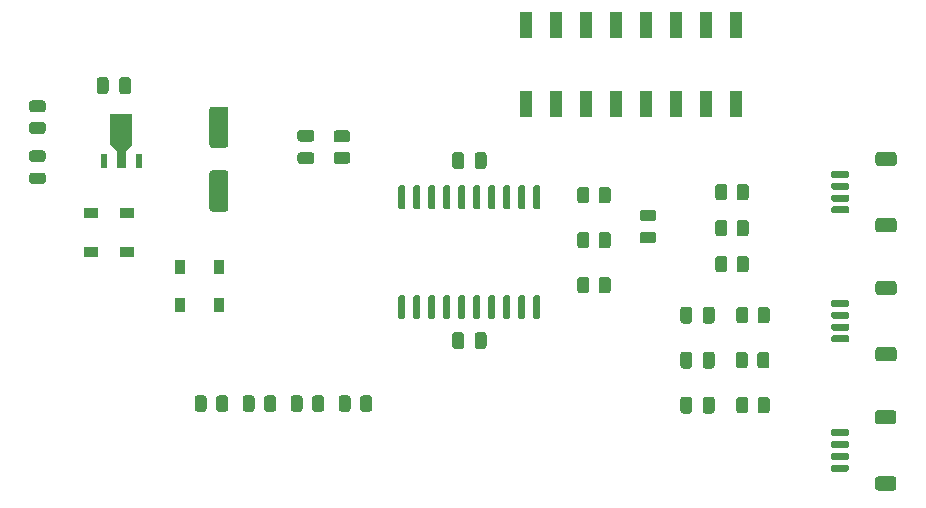
<source format=gtp>
G04 #@! TF.GenerationSoftware,KiCad,Pcbnew,6.0.2+dfsg-1*
G04 #@! TF.CreationDate,2024-04-05T20:37:34-06:00*
G04 #@! TF.ProjectId,ckt-iiab,636b742d-6969-4616-922e-6b696361645f,rev?*
G04 #@! TF.SameCoordinates,Original*
G04 #@! TF.FileFunction,Paste,Top*
G04 #@! TF.FilePolarity,Positive*
%FSLAX46Y46*%
G04 Gerber Fmt 4.6, Leading zero omitted, Abs format (unit mm)*
G04 Created by KiCad (PCBNEW 6.0.2+dfsg-1) date 2024-04-05 20:37:34*
%MOMM*%
%LPD*%
G01*
G04 APERTURE LIST*
%ADD10R,1.200000X0.900000*%
%ADD11R,0.900000X1.200000*%
%ADD12R,1.120000X2.160000*%
%ADD13R,0.550000X1.300000*%
G04 APERTURE END LIST*
G36*
G01*
X64229000Y-142400000D02*
X63279000Y-142400000D01*
G75*
G02*
X63029000Y-142150000I0J250000D01*
G01*
X63029000Y-141650000D01*
G75*
G02*
X63279000Y-141400000I250000J0D01*
G01*
X64229000Y-141400000D01*
G75*
G02*
X64479000Y-141650000I0J-250000D01*
G01*
X64479000Y-142150000D01*
G75*
G02*
X64229000Y-142400000I-250000J0D01*
G01*
G37*
G36*
G01*
X64229000Y-140500000D02*
X63279000Y-140500000D01*
G75*
G02*
X63029000Y-140250000I0J250000D01*
G01*
X63029000Y-139750000D01*
G75*
G02*
X63279000Y-139500000I250000J0D01*
G01*
X64229000Y-139500000D01*
G75*
G02*
X64479000Y-139750000I0J-250000D01*
G01*
X64479000Y-140250000D01*
G75*
G02*
X64229000Y-140500000I-250000J0D01*
G01*
G37*
G36*
G01*
X86713000Y-145484000D02*
X86713000Y-144584000D01*
G75*
G02*
X86963000Y-144334000I250000J0D01*
G01*
X87488000Y-144334000D01*
G75*
G02*
X87738000Y-144584000I0J-250000D01*
G01*
X87738000Y-145484000D01*
G75*
G02*
X87488000Y-145734000I-250000J0D01*
G01*
X86963000Y-145734000D01*
G75*
G02*
X86713000Y-145484000I0J250000D01*
G01*
G37*
G36*
G01*
X88538000Y-145484000D02*
X88538000Y-144584000D01*
G75*
G02*
X88788000Y-144334000I250000J0D01*
G01*
X89313000Y-144334000D01*
G75*
G02*
X89563000Y-144584000I0J-250000D01*
G01*
X89563000Y-145484000D01*
G75*
G02*
X89313000Y-145734000I-250000J0D01*
G01*
X88788000Y-145734000D01*
G75*
G02*
X88538000Y-145484000I0J250000D01*
G01*
G37*
G36*
G01*
X109623000Y-146580000D02*
X108373000Y-146580000D01*
G75*
G02*
X108223000Y-146430000I0J150000D01*
G01*
X108223000Y-146130000D01*
G75*
G02*
X108373000Y-145980000I150000J0D01*
G01*
X109623000Y-145980000D01*
G75*
G02*
X109773000Y-146130000I0J-150000D01*
G01*
X109773000Y-146430000D01*
G75*
G02*
X109623000Y-146580000I-150000J0D01*
G01*
G37*
G36*
G01*
X109623000Y-145580000D02*
X108373000Y-145580000D01*
G75*
G02*
X108223000Y-145430000I0J150000D01*
G01*
X108223000Y-145130000D01*
G75*
G02*
X108373000Y-144980000I150000J0D01*
G01*
X109623000Y-144980000D01*
G75*
G02*
X109773000Y-145130000I0J-150000D01*
G01*
X109773000Y-145430000D01*
G75*
G02*
X109623000Y-145580000I-150000J0D01*
G01*
G37*
G36*
G01*
X109623000Y-144580000D02*
X108373000Y-144580000D01*
G75*
G02*
X108223000Y-144430000I0J150000D01*
G01*
X108223000Y-144130000D01*
G75*
G02*
X108373000Y-143980000I150000J0D01*
G01*
X109623000Y-143980000D01*
G75*
G02*
X109773000Y-144130000I0J-150000D01*
G01*
X109773000Y-144430000D01*
G75*
G02*
X109623000Y-144580000I-150000J0D01*
G01*
G37*
G36*
G01*
X109623000Y-143580000D02*
X108373000Y-143580000D01*
G75*
G02*
X108223000Y-143430000I0J150000D01*
G01*
X108223000Y-143130000D01*
G75*
G02*
X108373000Y-142980000I150000J0D01*
G01*
X109623000Y-142980000D01*
G75*
G02*
X109773000Y-143130000I0J-150000D01*
G01*
X109773000Y-143430000D01*
G75*
G02*
X109623000Y-143580000I-150000J0D01*
G01*
G37*
G36*
G01*
X113523000Y-142580000D02*
X112223000Y-142580000D01*
G75*
G02*
X111973000Y-142330000I0J250000D01*
G01*
X111973000Y-141630000D01*
G75*
G02*
X112223000Y-141380000I250000J0D01*
G01*
X113523000Y-141380000D01*
G75*
G02*
X113773000Y-141630000I0J-250000D01*
G01*
X113773000Y-142330000D01*
G75*
G02*
X113523000Y-142580000I-250000J0D01*
G01*
G37*
G36*
G01*
X113523000Y-148180000D02*
X112223000Y-148180000D01*
G75*
G02*
X111973000Y-147930000I0J250000D01*
G01*
X111973000Y-147230000D01*
G75*
G02*
X112223000Y-146980000I250000J0D01*
G01*
X113523000Y-146980000D01*
G75*
G02*
X113773000Y-147230000I0J-250000D01*
G01*
X113773000Y-147930000D01*
G75*
G02*
X113523000Y-148180000I-250000J0D01*
G01*
G37*
G36*
G01*
X66520000Y-163137000D02*
X66520000Y-162237000D01*
G75*
G02*
X66770000Y-161987000I250000J0D01*
G01*
X67295000Y-161987000D01*
G75*
G02*
X67545000Y-162237000I0J-250000D01*
G01*
X67545000Y-163137000D01*
G75*
G02*
X67295000Y-163387000I-250000J0D01*
G01*
X66770000Y-163387000D01*
G75*
G02*
X66520000Y-163137000I0J250000D01*
G01*
G37*
G36*
G01*
X68345000Y-163137000D02*
X68345000Y-162237000D01*
G75*
G02*
X68595000Y-161987000I250000J0D01*
G01*
X69120000Y-161987000D01*
G75*
G02*
X69370000Y-162237000I0J-250000D01*
G01*
X69370000Y-163137000D01*
G75*
G02*
X69120000Y-163387000I-250000J0D01*
G01*
X68595000Y-163387000D01*
G75*
G02*
X68345000Y-163137000I0J250000D01*
G01*
G37*
G36*
G01*
X98351000Y-154719000D02*
X98351000Y-155669000D01*
G75*
G02*
X98101000Y-155919000I-250000J0D01*
G01*
X97601000Y-155919000D01*
G75*
G02*
X97351000Y-155669000I0J250000D01*
G01*
X97351000Y-154719000D01*
G75*
G02*
X97601000Y-154469000I250000J0D01*
G01*
X98101000Y-154469000D01*
G75*
G02*
X98351000Y-154719000I0J-250000D01*
G01*
G37*
G36*
G01*
X96451000Y-154719000D02*
X96451000Y-155669000D01*
G75*
G02*
X96201000Y-155919000I-250000J0D01*
G01*
X95701000Y-155919000D01*
G75*
G02*
X95451000Y-155669000I0J250000D01*
G01*
X95451000Y-154719000D01*
G75*
G02*
X95701000Y-154469000I250000J0D01*
G01*
X96201000Y-154469000D01*
G75*
G02*
X96451000Y-154719000I0J-250000D01*
G01*
G37*
G36*
G01*
X67252000Y-142395000D02*
X66352000Y-142395000D01*
G75*
G02*
X66102000Y-142145000I0J250000D01*
G01*
X66102000Y-141620000D01*
G75*
G02*
X66352000Y-141370000I250000J0D01*
G01*
X67252000Y-141370000D01*
G75*
G02*
X67502000Y-141620000I0J-250000D01*
G01*
X67502000Y-142145000D01*
G75*
G02*
X67252000Y-142395000I-250000J0D01*
G01*
G37*
G36*
G01*
X67252000Y-140570000D02*
X66352000Y-140570000D01*
G75*
G02*
X66102000Y-140320000I0J250000D01*
G01*
X66102000Y-139795000D01*
G75*
G02*
X66352000Y-139545000I250000J0D01*
G01*
X67252000Y-139545000D01*
G75*
G02*
X67502000Y-139795000I0J-250000D01*
G01*
X67502000Y-140320000D01*
G75*
G02*
X67252000Y-140570000I-250000J0D01*
G01*
G37*
G36*
G01*
X100151500Y-159454000D02*
X100151500Y-158554000D01*
G75*
G02*
X100401500Y-158304000I250000J0D01*
G01*
X100926500Y-158304000D01*
G75*
G02*
X101176500Y-158554000I0J-250000D01*
G01*
X101176500Y-159454000D01*
G75*
G02*
X100926500Y-159704000I-250000J0D01*
G01*
X100401500Y-159704000D01*
G75*
G02*
X100151500Y-159454000I0J250000D01*
G01*
G37*
G36*
G01*
X101976500Y-159454000D02*
X101976500Y-158554000D01*
G75*
G02*
X102226500Y-158304000I250000J0D01*
G01*
X102751500Y-158304000D01*
G75*
G02*
X103001500Y-158554000I0J-250000D01*
G01*
X103001500Y-159454000D01*
G75*
G02*
X102751500Y-159704000I-250000J0D01*
G01*
X102226500Y-159704000D01*
G75*
G02*
X101976500Y-159454000I0J250000D01*
G01*
G37*
G36*
G01*
X58392000Y-163137000D02*
X58392000Y-162237000D01*
G75*
G02*
X58642000Y-161987000I250000J0D01*
G01*
X59167000Y-161987000D01*
G75*
G02*
X59417000Y-162237000I0J-250000D01*
G01*
X59417000Y-163137000D01*
G75*
G02*
X59167000Y-163387000I-250000J0D01*
G01*
X58642000Y-163387000D01*
G75*
G02*
X58392000Y-163137000I0J250000D01*
G01*
G37*
G36*
G01*
X60217000Y-163137000D02*
X60217000Y-162237000D01*
G75*
G02*
X60467000Y-161987000I250000J0D01*
G01*
X60992000Y-161987000D01*
G75*
G02*
X61242000Y-162237000I0J-250000D01*
G01*
X61242000Y-163137000D01*
G75*
G02*
X60992000Y-163387000I-250000J0D01*
G01*
X60467000Y-163387000D01*
G75*
G02*
X60217000Y-163137000I0J250000D01*
G01*
G37*
D10*
X48641000Y-146559000D03*
X48641000Y-149859000D03*
G36*
G01*
X79047000Y-141638000D02*
X79047000Y-142588000D01*
G75*
G02*
X78797000Y-142838000I-250000J0D01*
G01*
X78297000Y-142838000D01*
G75*
G02*
X78047000Y-142588000I0J250000D01*
G01*
X78047000Y-141638000D01*
G75*
G02*
X78297000Y-141388000I250000J0D01*
G01*
X78797000Y-141388000D01*
G75*
G02*
X79047000Y-141638000I0J-250000D01*
G01*
G37*
G36*
G01*
X77147000Y-141638000D02*
X77147000Y-142588000D01*
G75*
G02*
X76897000Y-142838000I-250000J0D01*
G01*
X76397000Y-142838000D01*
G75*
G02*
X76147000Y-142588000I0J250000D01*
G01*
X76147000Y-141638000D01*
G75*
G02*
X76397000Y-141388000I250000J0D01*
G01*
X76897000Y-141388000D01*
G75*
G02*
X77147000Y-141638000I0J-250000D01*
G01*
G37*
G36*
G01*
X55838000Y-137536000D02*
X56938000Y-137536000D01*
G75*
G02*
X57188000Y-137786000I0J-250000D01*
G01*
X57188000Y-140786000D01*
G75*
G02*
X56938000Y-141036000I-250000J0D01*
G01*
X55838000Y-141036000D01*
G75*
G02*
X55588000Y-140786000I0J250000D01*
G01*
X55588000Y-137786000D01*
G75*
G02*
X55838000Y-137536000I250000J0D01*
G01*
G37*
G36*
G01*
X55838000Y-142936000D02*
X56938000Y-142936000D01*
G75*
G02*
X57188000Y-143186000I0J-250000D01*
G01*
X57188000Y-146186000D01*
G75*
G02*
X56938000Y-146436000I-250000J0D01*
G01*
X55838000Y-146436000D01*
G75*
G02*
X55588000Y-146186000I0J250000D01*
G01*
X55588000Y-143186000D01*
G75*
G02*
X55838000Y-142936000I250000J0D01*
G01*
G37*
G36*
G01*
X109590996Y-168448003D02*
X108340996Y-168448003D01*
G75*
G02*
X108190996Y-168298003I0J150000D01*
G01*
X108190996Y-167998003D01*
G75*
G02*
X108340996Y-167848003I150000J0D01*
G01*
X109590996Y-167848003D01*
G75*
G02*
X109740996Y-167998003I0J-150000D01*
G01*
X109740996Y-168298003D01*
G75*
G02*
X109590996Y-168448003I-150000J0D01*
G01*
G37*
G36*
G01*
X109590996Y-167448003D02*
X108340996Y-167448003D01*
G75*
G02*
X108190996Y-167298003I0J150000D01*
G01*
X108190996Y-166998003D01*
G75*
G02*
X108340996Y-166848003I150000J0D01*
G01*
X109590996Y-166848003D01*
G75*
G02*
X109740996Y-166998003I0J-150000D01*
G01*
X109740996Y-167298003D01*
G75*
G02*
X109590996Y-167448003I-150000J0D01*
G01*
G37*
G36*
G01*
X109590996Y-166448003D02*
X108340996Y-166448003D01*
G75*
G02*
X108190996Y-166298003I0J150000D01*
G01*
X108190996Y-165998003D01*
G75*
G02*
X108340996Y-165848003I150000J0D01*
G01*
X109590996Y-165848003D01*
G75*
G02*
X109740996Y-165998003I0J-150000D01*
G01*
X109740996Y-166298003D01*
G75*
G02*
X109590996Y-166448003I-150000J0D01*
G01*
G37*
G36*
G01*
X109590996Y-165448003D02*
X108340996Y-165448003D01*
G75*
G02*
X108190996Y-165298003I0J150000D01*
G01*
X108190996Y-164998003D01*
G75*
G02*
X108340996Y-164848003I150000J0D01*
G01*
X109590996Y-164848003D01*
G75*
G02*
X109740996Y-164998003I0J-150000D01*
G01*
X109740996Y-165298003D01*
G75*
G02*
X109590996Y-165448003I-150000J0D01*
G01*
G37*
G36*
G01*
X113490996Y-170048003D02*
X112190996Y-170048003D01*
G75*
G02*
X111940996Y-169798003I0J250000D01*
G01*
X111940996Y-169098003D01*
G75*
G02*
X112190996Y-168848003I250000J0D01*
G01*
X113490996Y-168848003D01*
G75*
G02*
X113740996Y-169098003I0J-250000D01*
G01*
X113740996Y-169798003D01*
G75*
G02*
X113490996Y-170048003I-250000J0D01*
G01*
G37*
G36*
G01*
X113490996Y-164448003D02*
X112190996Y-164448003D01*
G75*
G02*
X111940996Y-164198003I0J250000D01*
G01*
X111940996Y-163498003D01*
G75*
G02*
X112190996Y-163248003I250000J0D01*
G01*
X113490996Y-163248003D01*
G75*
G02*
X113740996Y-163498003I0J-250000D01*
G01*
X113740996Y-164198003D01*
G75*
G02*
X113490996Y-164448003I-250000J0D01*
G01*
G37*
G36*
G01*
X100175000Y-163264000D02*
X100175000Y-162364000D01*
G75*
G02*
X100425000Y-162114000I250000J0D01*
G01*
X100950000Y-162114000D01*
G75*
G02*
X101200000Y-162364000I0J-250000D01*
G01*
X101200000Y-163264000D01*
G75*
G02*
X100950000Y-163514000I-250000J0D01*
G01*
X100425000Y-163514000D01*
G75*
G02*
X100175000Y-163264000I0J250000D01*
G01*
G37*
G36*
G01*
X102000000Y-163264000D02*
X102000000Y-162364000D01*
G75*
G02*
X102250000Y-162114000I250000J0D01*
G01*
X102775000Y-162114000D01*
G75*
G02*
X103025000Y-162364000I0J-250000D01*
G01*
X103025000Y-163264000D01*
G75*
G02*
X102775000Y-163514000I-250000J0D01*
G01*
X102250000Y-163514000D01*
G75*
G02*
X102000000Y-163264000I0J250000D01*
G01*
G37*
G36*
G01*
X54328000Y-163137000D02*
X54328000Y-162237000D01*
G75*
G02*
X54578000Y-161987000I250000J0D01*
G01*
X55103000Y-161987000D01*
G75*
G02*
X55353000Y-162237000I0J-250000D01*
G01*
X55353000Y-163137000D01*
G75*
G02*
X55103000Y-163387000I-250000J0D01*
G01*
X54578000Y-163387000D01*
G75*
G02*
X54328000Y-163137000I0J250000D01*
G01*
G37*
G36*
G01*
X56153000Y-163137000D02*
X56153000Y-162237000D01*
G75*
G02*
X56403000Y-161987000I250000J0D01*
G01*
X56928000Y-161987000D01*
G75*
G02*
X57178000Y-162237000I0J-250000D01*
G01*
X57178000Y-163137000D01*
G75*
G02*
X56928000Y-163387000I-250000J0D01*
G01*
X56403000Y-163387000D01*
G75*
G02*
X56153000Y-163137000I0J250000D01*
G01*
G37*
D11*
X53087000Y-154305000D03*
X56387000Y-154305000D03*
X53087000Y-151130000D03*
X56387000Y-151130000D03*
D12*
X100203000Y-130620000D03*
X97663000Y-130620000D03*
X95123000Y-130620000D03*
X92583000Y-130620000D03*
X90043000Y-130620000D03*
X87503000Y-130620000D03*
X84963000Y-130620000D03*
X82423000Y-130620000D03*
X82423000Y-137350000D03*
X84963000Y-137350000D03*
X87503000Y-137350000D03*
X90043000Y-137350000D03*
X92583000Y-137350000D03*
X95123000Y-137350000D03*
X97663000Y-137350000D03*
X100203000Y-137350000D03*
G36*
G01*
X98351000Y-162339000D02*
X98351000Y-163289000D01*
G75*
G02*
X98101000Y-163539000I-250000J0D01*
G01*
X97601000Y-163539000D01*
G75*
G02*
X97351000Y-163289000I0J250000D01*
G01*
X97351000Y-162339000D01*
G75*
G02*
X97601000Y-162089000I250000J0D01*
G01*
X98101000Y-162089000D01*
G75*
G02*
X98351000Y-162339000I0J-250000D01*
G01*
G37*
G36*
G01*
X96451000Y-162339000D02*
X96451000Y-163289000D01*
G75*
G02*
X96201000Y-163539000I-250000J0D01*
G01*
X95701000Y-163539000D01*
G75*
G02*
X95451000Y-163289000I0J250000D01*
G01*
X95451000Y-162339000D01*
G75*
G02*
X95701000Y-162089000I250000J0D01*
G01*
X96201000Y-162089000D01*
G75*
G02*
X96451000Y-162339000I0J-250000D01*
G01*
G37*
G36*
G01*
X41477250Y-144094500D02*
X40564750Y-144094500D01*
G75*
G02*
X40321000Y-143850750I0J243750D01*
G01*
X40321000Y-143363250D01*
G75*
G02*
X40564750Y-143119500I243750J0D01*
G01*
X41477250Y-143119500D01*
G75*
G02*
X41721000Y-143363250I0J-243750D01*
G01*
X41721000Y-143850750D01*
G75*
G02*
X41477250Y-144094500I-243750J0D01*
G01*
G37*
G36*
G01*
X41477250Y-142219500D02*
X40564750Y-142219500D01*
G75*
G02*
X40321000Y-141975750I0J243750D01*
G01*
X40321000Y-141488250D01*
G75*
G02*
X40564750Y-141244500I243750J0D01*
G01*
X41477250Y-141244500D01*
G75*
G02*
X41721000Y-141488250I0J-243750D01*
G01*
X41721000Y-141975750D01*
G75*
G02*
X41477250Y-142219500I-243750J0D01*
G01*
G37*
G36*
G01*
X62456000Y-163137000D02*
X62456000Y-162237000D01*
G75*
G02*
X62706000Y-161987000I250000J0D01*
G01*
X63231000Y-161987000D01*
G75*
G02*
X63481000Y-162237000I0J-250000D01*
G01*
X63481000Y-163137000D01*
G75*
G02*
X63231000Y-163387000I-250000J0D01*
G01*
X62706000Y-163387000D01*
G75*
G02*
X62456000Y-163137000I0J250000D01*
G01*
G37*
G36*
G01*
X64281000Y-163137000D02*
X64281000Y-162237000D01*
G75*
G02*
X64531000Y-161987000I250000J0D01*
G01*
X65056000Y-161987000D01*
G75*
G02*
X65306000Y-162237000I0J-250000D01*
G01*
X65306000Y-163137000D01*
G75*
G02*
X65056000Y-163387000I-250000J0D01*
G01*
X64531000Y-163387000D01*
G75*
G02*
X64281000Y-163137000I0J250000D01*
G01*
G37*
G36*
G01*
X101247000Y-147378000D02*
X101247000Y-148278000D01*
G75*
G02*
X100997000Y-148528000I-250000J0D01*
G01*
X100472000Y-148528000D01*
G75*
G02*
X100222000Y-148278000I0J250000D01*
G01*
X100222000Y-147378000D01*
G75*
G02*
X100472000Y-147128000I250000J0D01*
G01*
X100997000Y-147128000D01*
G75*
G02*
X101247000Y-147378000I0J-250000D01*
G01*
G37*
G36*
G01*
X99422000Y-147378000D02*
X99422000Y-148278000D01*
G75*
G02*
X99172000Y-148528000I-250000J0D01*
G01*
X98647000Y-148528000D01*
G75*
G02*
X98397000Y-148278000I0J250000D01*
G01*
X98397000Y-147378000D01*
G75*
G02*
X98647000Y-147128000I250000J0D01*
G01*
X99172000Y-147128000D01*
G75*
G02*
X99422000Y-147378000I0J-250000D01*
G01*
G37*
G36*
G01*
X89563000Y-152204000D02*
X89563000Y-153104000D01*
G75*
G02*
X89313000Y-153354000I-250000J0D01*
G01*
X88788000Y-153354000D01*
G75*
G02*
X88538000Y-153104000I0J250000D01*
G01*
X88538000Y-152204000D01*
G75*
G02*
X88788000Y-151954000I250000J0D01*
G01*
X89313000Y-151954000D01*
G75*
G02*
X89563000Y-152204000I0J-250000D01*
G01*
G37*
G36*
G01*
X87738000Y-152204000D02*
X87738000Y-153104000D01*
G75*
G02*
X87488000Y-153354000I-250000J0D01*
G01*
X86963000Y-153354000D01*
G75*
G02*
X86713000Y-153104000I0J250000D01*
G01*
X86713000Y-152204000D01*
G75*
G02*
X86963000Y-151954000I250000J0D01*
G01*
X87488000Y-151954000D01*
G75*
G02*
X87738000Y-152204000I0J-250000D01*
G01*
G37*
G36*
G01*
X86713000Y-149294000D02*
X86713000Y-148394000D01*
G75*
G02*
X86963000Y-148144000I250000J0D01*
G01*
X87488000Y-148144000D01*
G75*
G02*
X87738000Y-148394000I0J-250000D01*
G01*
X87738000Y-149294000D01*
G75*
G02*
X87488000Y-149544000I-250000J0D01*
G01*
X86963000Y-149544000D01*
G75*
G02*
X86713000Y-149294000I0J250000D01*
G01*
G37*
G36*
G01*
X88538000Y-149294000D02*
X88538000Y-148394000D01*
G75*
G02*
X88788000Y-148144000I250000J0D01*
G01*
X89313000Y-148144000D01*
G75*
G02*
X89563000Y-148394000I0J-250000D01*
G01*
X89563000Y-149294000D01*
G75*
G02*
X89313000Y-149544000I-250000J0D01*
G01*
X88788000Y-149544000D01*
G75*
G02*
X88538000Y-149294000I0J250000D01*
G01*
G37*
G36*
G01*
X72032000Y-155535000D02*
X71732000Y-155535000D01*
G75*
G02*
X71582000Y-155385000I0J150000D01*
G01*
X71582000Y-153635000D01*
G75*
G02*
X71732000Y-153485000I150000J0D01*
G01*
X72032000Y-153485000D01*
G75*
G02*
X72182000Y-153635000I0J-150000D01*
G01*
X72182000Y-155385000D01*
G75*
G02*
X72032000Y-155535000I-150000J0D01*
G01*
G37*
G36*
G01*
X73302000Y-155535000D02*
X73002000Y-155535000D01*
G75*
G02*
X72852000Y-155385000I0J150000D01*
G01*
X72852000Y-153635000D01*
G75*
G02*
X73002000Y-153485000I150000J0D01*
G01*
X73302000Y-153485000D01*
G75*
G02*
X73452000Y-153635000I0J-150000D01*
G01*
X73452000Y-155385000D01*
G75*
G02*
X73302000Y-155535000I-150000J0D01*
G01*
G37*
G36*
G01*
X74572000Y-155535000D02*
X74272000Y-155535000D01*
G75*
G02*
X74122000Y-155385000I0J150000D01*
G01*
X74122000Y-153635000D01*
G75*
G02*
X74272000Y-153485000I150000J0D01*
G01*
X74572000Y-153485000D01*
G75*
G02*
X74722000Y-153635000I0J-150000D01*
G01*
X74722000Y-155385000D01*
G75*
G02*
X74572000Y-155535000I-150000J0D01*
G01*
G37*
G36*
G01*
X75842000Y-155535000D02*
X75542000Y-155535000D01*
G75*
G02*
X75392000Y-155385000I0J150000D01*
G01*
X75392000Y-153635000D01*
G75*
G02*
X75542000Y-153485000I150000J0D01*
G01*
X75842000Y-153485000D01*
G75*
G02*
X75992000Y-153635000I0J-150000D01*
G01*
X75992000Y-155385000D01*
G75*
G02*
X75842000Y-155535000I-150000J0D01*
G01*
G37*
G36*
G01*
X77112000Y-155535000D02*
X76812000Y-155535000D01*
G75*
G02*
X76662000Y-155385000I0J150000D01*
G01*
X76662000Y-153635000D01*
G75*
G02*
X76812000Y-153485000I150000J0D01*
G01*
X77112000Y-153485000D01*
G75*
G02*
X77262000Y-153635000I0J-150000D01*
G01*
X77262000Y-155385000D01*
G75*
G02*
X77112000Y-155535000I-150000J0D01*
G01*
G37*
G36*
G01*
X78382000Y-155535000D02*
X78082000Y-155535000D01*
G75*
G02*
X77932000Y-155385000I0J150000D01*
G01*
X77932000Y-153635000D01*
G75*
G02*
X78082000Y-153485000I150000J0D01*
G01*
X78382000Y-153485000D01*
G75*
G02*
X78532000Y-153635000I0J-150000D01*
G01*
X78532000Y-155385000D01*
G75*
G02*
X78382000Y-155535000I-150000J0D01*
G01*
G37*
G36*
G01*
X79652000Y-155535000D02*
X79352000Y-155535000D01*
G75*
G02*
X79202000Y-155385000I0J150000D01*
G01*
X79202000Y-153635000D01*
G75*
G02*
X79352000Y-153485000I150000J0D01*
G01*
X79652000Y-153485000D01*
G75*
G02*
X79802000Y-153635000I0J-150000D01*
G01*
X79802000Y-155385000D01*
G75*
G02*
X79652000Y-155535000I-150000J0D01*
G01*
G37*
G36*
G01*
X80922000Y-155535000D02*
X80622000Y-155535000D01*
G75*
G02*
X80472000Y-155385000I0J150000D01*
G01*
X80472000Y-153635000D01*
G75*
G02*
X80622000Y-153485000I150000J0D01*
G01*
X80922000Y-153485000D01*
G75*
G02*
X81072000Y-153635000I0J-150000D01*
G01*
X81072000Y-155385000D01*
G75*
G02*
X80922000Y-155535000I-150000J0D01*
G01*
G37*
G36*
G01*
X82192000Y-155535000D02*
X81892000Y-155535000D01*
G75*
G02*
X81742000Y-155385000I0J150000D01*
G01*
X81742000Y-153635000D01*
G75*
G02*
X81892000Y-153485000I150000J0D01*
G01*
X82192000Y-153485000D01*
G75*
G02*
X82342000Y-153635000I0J-150000D01*
G01*
X82342000Y-155385000D01*
G75*
G02*
X82192000Y-155535000I-150000J0D01*
G01*
G37*
G36*
G01*
X83462000Y-155535000D02*
X83162000Y-155535000D01*
G75*
G02*
X83012000Y-155385000I0J150000D01*
G01*
X83012000Y-153635000D01*
G75*
G02*
X83162000Y-153485000I150000J0D01*
G01*
X83462000Y-153485000D01*
G75*
G02*
X83612000Y-153635000I0J-150000D01*
G01*
X83612000Y-155385000D01*
G75*
G02*
X83462000Y-155535000I-150000J0D01*
G01*
G37*
G36*
G01*
X83462000Y-146235000D02*
X83162000Y-146235000D01*
G75*
G02*
X83012000Y-146085000I0J150000D01*
G01*
X83012000Y-144335000D01*
G75*
G02*
X83162000Y-144185000I150000J0D01*
G01*
X83462000Y-144185000D01*
G75*
G02*
X83612000Y-144335000I0J-150000D01*
G01*
X83612000Y-146085000D01*
G75*
G02*
X83462000Y-146235000I-150000J0D01*
G01*
G37*
G36*
G01*
X82192000Y-146235000D02*
X81892000Y-146235000D01*
G75*
G02*
X81742000Y-146085000I0J150000D01*
G01*
X81742000Y-144335000D01*
G75*
G02*
X81892000Y-144185000I150000J0D01*
G01*
X82192000Y-144185000D01*
G75*
G02*
X82342000Y-144335000I0J-150000D01*
G01*
X82342000Y-146085000D01*
G75*
G02*
X82192000Y-146235000I-150000J0D01*
G01*
G37*
G36*
G01*
X80922000Y-146235000D02*
X80622000Y-146235000D01*
G75*
G02*
X80472000Y-146085000I0J150000D01*
G01*
X80472000Y-144335000D01*
G75*
G02*
X80622000Y-144185000I150000J0D01*
G01*
X80922000Y-144185000D01*
G75*
G02*
X81072000Y-144335000I0J-150000D01*
G01*
X81072000Y-146085000D01*
G75*
G02*
X80922000Y-146235000I-150000J0D01*
G01*
G37*
G36*
G01*
X79652000Y-146235000D02*
X79352000Y-146235000D01*
G75*
G02*
X79202000Y-146085000I0J150000D01*
G01*
X79202000Y-144335000D01*
G75*
G02*
X79352000Y-144185000I150000J0D01*
G01*
X79652000Y-144185000D01*
G75*
G02*
X79802000Y-144335000I0J-150000D01*
G01*
X79802000Y-146085000D01*
G75*
G02*
X79652000Y-146235000I-150000J0D01*
G01*
G37*
G36*
G01*
X78382000Y-146235000D02*
X78082000Y-146235000D01*
G75*
G02*
X77932000Y-146085000I0J150000D01*
G01*
X77932000Y-144335000D01*
G75*
G02*
X78082000Y-144185000I150000J0D01*
G01*
X78382000Y-144185000D01*
G75*
G02*
X78532000Y-144335000I0J-150000D01*
G01*
X78532000Y-146085000D01*
G75*
G02*
X78382000Y-146235000I-150000J0D01*
G01*
G37*
G36*
G01*
X77112000Y-146235000D02*
X76812000Y-146235000D01*
G75*
G02*
X76662000Y-146085000I0J150000D01*
G01*
X76662000Y-144335000D01*
G75*
G02*
X76812000Y-144185000I150000J0D01*
G01*
X77112000Y-144185000D01*
G75*
G02*
X77262000Y-144335000I0J-150000D01*
G01*
X77262000Y-146085000D01*
G75*
G02*
X77112000Y-146235000I-150000J0D01*
G01*
G37*
G36*
G01*
X75842000Y-146235000D02*
X75542000Y-146235000D01*
G75*
G02*
X75392000Y-146085000I0J150000D01*
G01*
X75392000Y-144335000D01*
G75*
G02*
X75542000Y-144185000I150000J0D01*
G01*
X75842000Y-144185000D01*
G75*
G02*
X75992000Y-144335000I0J-150000D01*
G01*
X75992000Y-146085000D01*
G75*
G02*
X75842000Y-146235000I-150000J0D01*
G01*
G37*
G36*
G01*
X74572000Y-146235000D02*
X74272000Y-146235000D01*
G75*
G02*
X74122000Y-146085000I0J150000D01*
G01*
X74122000Y-144335000D01*
G75*
G02*
X74272000Y-144185000I150000J0D01*
G01*
X74572000Y-144185000D01*
G75*
G02*
X74722000Y-144335000I0J-150000D01*
G01*
X74722000Y-146085000D01*
G75*
G02*
X74572000Y-146235000I-150000J0D01*
G01*
G37*
G36*
G01*
X73302000Y-146235000D02*
X73002000Y-146235000D01*
G75*
G02*
X72852000Y-146085000I0J150000D01*
G01*
X72852000Y-144335000D01*
G75*
G02*
X73002000Y-144185000I150000J0D01*
G01*
X73302000Y-144185000D01*
G75*
G02*
X73452000Y-144335000I0J-150000D01*
G01*
X73452000Y-146085000D01*
G75*
G02*
X73302000Y-146235000I-150000J0D01*
G01*
G37*
G36*
G01*
X72032000Y-146235000D02*
X71732000Y-146235000D01*
G75*
G02*
X71582000Y-146085000I0J150000D01*
G01*
X71582000Y-144335000D01*
G75*
G02*
X71732000Y-144185000I150000J0D01*
G01*
X72032000Y-144185000D01*
G75*
G02*
X72182000Y-144335000I0J-150000D01*
G01*
X72182000Y-146085000D01*
G75*
G02*
X72032000Y-146235000I-150000J0D01*
G01*
G37*
G36*
G01*
X76147000Y-157828000D02*
X76147000Y-156878000D01*
G75*
G02*
X76397000Y-156628000I250000J0D01*
G01*
X76897000Y-156628000D01*
G75*
G02*
X77147000Y-156878000I0J-250000D01*
G01*
X77147000Y-157828000D01*
G75*
G02*
X76897000Y-158078000I-250000J0D01*
G01*
X76397000Y-158078000D01*
G75*
G02*
X76147000Y-157828000I0J250000D01*
G01*
G37*
G36*
G01*
X78047000Y-157828000D02*
X78047000Y-156878000D01*
G75*
G02*
X78297000Y-156628000I250000J0D01*
G01*
X78797000Y-156628000D01*
G75*
G02*
X79047000Y-156878000I0J-250000D01*
G01*
X79047000Y-157828000D01*
G75*
G02*
X78797000Y-158078000I-250000J0D01*
G01*
X78297000Y-158078000D01*
G75*
G02*
X78047000Y-157828000I0J250000D01*
G01*
G37*
D10*
X45593000Y-146559000D03*
X45593000Y-149859000D03*
G36*
G01*
X41471000Y-139855000D02*
X40571000Y-139855000D01*
G75*
G02*
X40321000Y-139605000I0J250000D01*
G01*
X40321000Y-139080000D01*
G75*
G02*
X40571000Y-138830000I250000J0D01*
G01*
X41471000Y-138830000D01*
G75*
G02*
X41721000Y-139080000I0J-250000D01*
G01*
X41721000Y-139605000D01*
G75*
G02*
X41471000Y-139855000I-250000J0D01*
G01*
G37*
G36*
G01*
X41471000Y-138030000D02*
X40571000Y-138030000D01*
G75*
G02*
X40321000Y-137780000I0J250000D01*
G01*
X40321000Y-137255000D01*
G75*
G02*
X40571000Y-137005000I250000J0D01*
G01*
X41471000Y-137005000D01*
G75*
G02*
X41721000Y-137255000I0J-250000D01*
G01*
X41721000Y-137780000D01*
G75*
G02*
X41471000Y-138030000I-250000J0D01*
G01*
G37*
G36*
G01*
X101247000Y-150426000D02*
X101247000Y-151326000D01*
G75*
G02*
X100997000Y-151576000I-250000J0D01*
G01*
X100472000Y-151576000D01*
G75*
G02*
X100222000Y-151326000I0J250000D01*
G01*
X100222000Y-150426000D01*
G75*
G02*
X100472000Y-150176000I250000J0D01*
G01*
X100997000Y-150176000D01*
G75*
G02*
X101247000Y-150426000I0J-250000D01*
G01*
G37*
G36*
G01*
X99422000Y-150426000D02*
X99422000Y-151326000D01*
G75*
G02*
X99172000Y-151576000I-250000J0D01*
G01*
X98647000Y-151576000D01*
G75*
G02*
X98397000Y-151326000I0J250000D01*
G01*
X98397000Y-150426000D01*
G75*
G02*
X98647000Y-150176000I250000J0D01*
G01*
X99172000Y-150176000D01*
G75*
G02*
X99422000Y-150426000I0J-250000D01*
G01*
G37*
G36*
G01*
X98351000Y-158529000D02*
X98351000Y-159479000D01*
G75*
G02*
X98101000Y-159729000I-250000J0D01*
G01*
X97601000Y-159729000D01*
G75*
G02*
X97351000Y-159479000I0J250000D01*
G01*
X97351000Y-158529000D01*
G75*
G02*
X97601000Y-158279000I250000J0D01*
G01*
X98101000Y-158279000D01*
G75*
G02*
X98351000Y-158529000I0J-250000D01*
G01*
G37*
G36*
G01*
X96451000Y-158529000D02*
X96451000Y-159479000D01*
G75*
G02*
X96201000Y-159729000I-250000J0D01*
G01*
X95701000Y-159729000D01*
G75*
G02*
X95451000Y-159479000I0J250000D01*
G01*
X95451000Y-158529000D01*
G75*
G02*
X95701000Y-158279000I250000J0D01*
G01*
X96201000Y-158279000D01*
G75*
G02*
X96451000Y-158529000I0J-250000D01*
G01*
G37*
G36*
G01*
X100175000Y-155644000D02*
X100175000Y-154744000D01*
G75*
G02*
X100425000Y-154494000I250000J0D01*
G01*
X100950000Y-154494000D01*
G75*
G02*
X101200000Y-154744000I0J-250000D01*
G01*
X101200000Y-155644000D01*
G75*
G02*
X100950000Y-155894000I-250000J0D01*
G01*
X100425000Y-155894000D01*
G75*
G02*
X100175000Y-155644000I0J250000D01*
G01*
G37*
G36*
G01*
X102000000Y-155644000D02*
X102000000Y-154744000D01*
G75*
G02*
X102250000Y-154494000I250000J0D01*
G01*
X102775000Y-154494000D01*
G75*
G02*
X103025000Y-154744000I0J-250000D01*
G01*
X103025000Y-155644000D01*
G75*
G02*
X102775000Y-155894000I-250000J0D01*
G01*
X102250000Y-155894000D01*
G75*
G02*
X102000000Y-155644000I0J250000D01*
G01*
G37*
G36*
G01*
X109623000Y-157502000D02*
X108373000Y-157502000D01*
G75*
G02*
X108223000Y-157352000I0J150000D01*
G01*
X108223000Y-157052000D01*
G75*
G02*
X108373000Y-156902000I150000J0D01*
G01*
X109623000Y-156902000D01*
G75*
G02*
X109773000Y-157052000I0J-150000D01*
G01*
X109773000Y-157352000D01*
G75*
G02*
X109623000Y-157502000I-150000J0D01*
G01*
G37*
G36*
G01*
X109623000Y-156502000D02*
X108373000Y-156502000D01*
G75*
G02*
X108223000Y-156352000I0J150000D01*
G01*
X108223000Y-156052000D01*
G75*
G02*
X108373000Y-155902000I150000J0D01*
G01*
X109623000Y-155902000D01*
G75*
G02*
X109773000Y-156052000I0J-150000D01*
G01*
X109773000Y-156352000D01*
G75*
G02*
X109623000Y-156502000I-150000J0D01*
G01*
G37*
G36*
G01*
X109623000Y-155502000D02*
X108373000Y-155502000D01*
G75*
G02*
X108223000Y-155352000I0J150000D01*
G01*
X108223000Y-155052000D01*
G75*
G02*
X108373000Y-154902000I150000J0D01*
G01*
X109623000Y-154902000D01*
G75*
G02*
X109773000Y-155052000I0J-150000D01*
G01*
X109773000Y-155352000D01*
G75*
G02*
X109623000Y-155502000I-150000J0D01*
G01*
G37*
G36*
G01*
X109623000Y-154502000D02*
X108373000Y-154502000D01*
G75*
G02*
X108223000Y-154352000I0J150000D01*
G01*
X108223000Y-154052000D01*
G75*
G02*
X108373000Y-153902000I150000J0D01*
G01*
X109623000Y-153902000D01*
G75*
G02*
X109773000Y-154052000I0J-150000D01*
G01*
X109773000Y-154352000D01*
G75*
G02*
X109623000Y-154502000I-150000J0D01*
G01*
G37*
G36*
G01*
X113523000Y-153502000D02*
X112223000Y-153502000D01*
G75*
G02*
X111973000Y-153252000I0J250000D01*
G01*
X111973000Y-152552000D01*
G75*
G02*
X112223000Y-152302000I250000J0D01*
G01*
X113523000Y-152302000D01*
G75*
G02*
X113773000Y-152552000I0J-250000D01*
G01*
X113773000Y-153252000D01*
G75*
G02*
X113523000Y-153502000I-250000J0D01*
G01*
G37*
G36*
G01*
X113523000Y-159102000D02*
X112223000Y-159102000D01*
G75*
G02*
X111973000Y-158852000I0J250000D01*
G01*
X111973000Y-158152000D01*
G75*
G02*
X112223000Y-157902000I250000J0D01*
G01*
X113523000Y-157902000D01*
G75*
G02*
X113773000Y-158152000I0J-250000D01*
G01*
X113773000Y-158852000D01*
G75*
G02*
X113523000Y-159102000I-250000J0D01*
G01*
G37*
D13*
X46633000Y-142112000D03*
G36*
X49058000Y-138162000D02*
G01*
X49058000Y-140762000D01*
X48533000Y-141287000D01*
X48533000Y-142762000D01*
X47733000Y-142762000D01*
X47733000Y-141287000D01*
X47208000Y-140762000D01*
X47208000Y-138162000D01*
X49058000Y-138162000D01*
G37*
X49633000Y-142112000D03*
G36*
G01*
X101247000Y-144330000D02*
X101247000Y-145230000D01*
G75*
G02*
X100997000Y-145480000I-250000J0D01*
G01*
X100472000Y-145480000D01*
G75*
G02*
X100222000Y-145230000I0J250000D01*
G01*
X100222000Y-144330000D01*
G75*
G02*
X100472000Y-144080000I250000J0D01*
G01*
X100997000Y-144080000D01*
G75*
G02*
X101247000Y-144330000I0J-250000D01*
G01*
G37*
G36*
G01*
X99422000Y-144330000D02*
X99422000Y-145230000D01*
G75*
G02*
X99172000Y-145480000I-250000J0D01*
G01*
X98647000Y-145480000D01*
G75*
G02*
X98397000Y-145230000I0J250000D01*
G01*
X98397000Y-144330000D01*
G75*
G02*
X98647000Y-144080000I250000J0D01*
G01*
X99172000Y-144080000D01*
G75*
G02*
X99422000Y-144330000I0J-250000D01*
G01*
G37*
G36*
G01*
X93166250Y-149126000D02*
X92253750Y-149126000D01*
G75*
G02*
X92010000Y-148882250I0J243750D01*
G01*
X92010000Y-148394750D01*
G75*
G02*
X92253750Y-148151000I243750J0D01*
G01*
X93166250Y-148151000D01*
G75*
G02*
X93410000Y-148394750I0J-243750D01*
G01*
X93410000Y-148882250D01*
G75*
G02*
X93166250Y-149126000I-243750J0D01*
G01*
G37*
G36*
G01*
X93166250Y-147251000D02*
X92253750Y-147251000D01*
G75*
G02*
X92010000Y-147007250I0J243750D01*
G01*
X92010000Y-146519750D01*
G75*
G02*
X92253750Y-146276000I243750J0D01*
G01*
X93166250Y-146276000D01*
G75*
G02*
X93410000Y-146519750I0J-243750D01*
G01*
X93410000Y-147007250D01*
G75*
G02*
X93166250Y-147251000I-243750J0D01*
G01*
G37*
G36*
G01*
X46048000Y-136238000D02*
X46048000Y-135288000D01*
G75*
G02*
X46298000Y-135038000I250000J0D01*
G01*
X46798000Y-135038000D01*
G75*
G02*
X47048000Y-135288000I0J-250000D01*
G01*
X47048000Y-136238000D01*
G75*
G02*
X46798000Y-136488000I-250000J0D01*
G01*
X46298000Y-136488000D01*
G75*
G02*
X46048000Y-136238000I0J250000D01*
G01*
G37*
G36*
G01*
X47948000Y-136238000D02*
X47948000Y-135288000D01*
G75*
G02*
X48198000Y-135038000I250000J0D01*
G01*
X48698000Y-135038000D01*
G75*
G02*
X48948000Y-135288000I0J-250000D01*
G01*
X48948000Y-136238000D01*
G75*
G02*
X48698000Y-136488000I-250000J0D01*
G01*
X48198000Y-136488000D01*
G75*
G02*
X47948000Y-136238000I0J250000D01*
G01*
G37*
M02*

</source>
